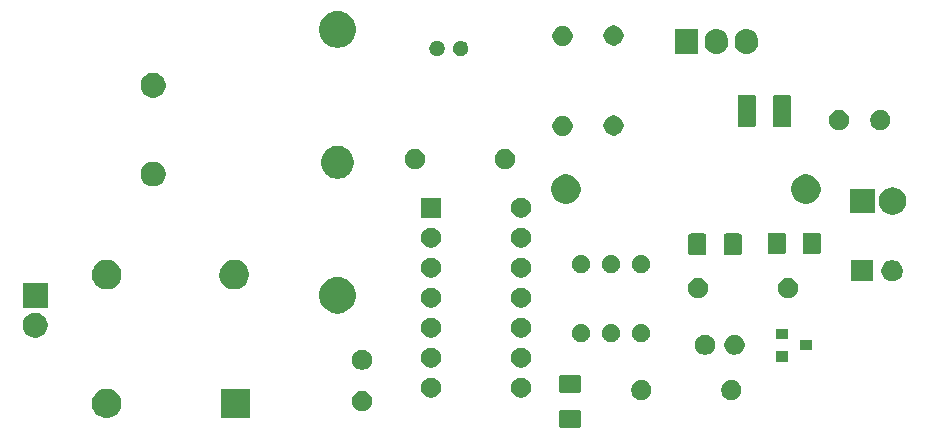
<source format=gbr>
G04 #@! TF.GenerationSoftware,KiCad,Pcbnew,5.1.5+dfsg1-2*
G04 #@! TF.CreationDate,2020-03-29T15:27:08+02:00*
G04 #@! TF.ProjectId,lownoise-pwr,6c6f776e-6f69-4736-952d-7077722e6b69,rev?*
G04 #@! TF.SameCoordinates,Original*
G04 #@! TF.FileFunction,Soldermask,Top*
G04 #@! TF.FilePolarity,Negative*
%FSLAX46Y46*%
G04 Gerber Fmt 4.6, Leading zero omitted, Abs format (unit mm)*
G04 Created by KiCad (PCBNEW 5.1.5+dfsg1-2) date 2020-03-29 15:27:08*
%MOMM*%
%LPD*%
G04 APERTURE LIST*
%ADD10C,0.100000*%
G04 APERTURE END LIST*
D10*
G36*
X95032762Y-94649681D02*
G01*
X95067681Y-94660274D01*
X95099863Y-94677476D01*
X95128073Y-94700627D01*
X95151224Y-94728837D01*
X95168426Y-94761019D01*
X95179019Y-94795938D01*
X95183200Y-94838395D01*
X95183200Y-95979605D01*
X95179019Y-96022062D01*
X95168426Y-96056981D01*
X95151224Y-96089163D01*
X95128073Y-96117373D01*
X95099863Y-96140524D01*
X95067681Y-96157726D01*
X95032762Y-96168319D01*
X94990305Y-96172500D01*
X93524095Y-96172500D01*
X93481638Y-96168319D01*
X93446719Y-96157726D01*
X93414537Y-96140524D01*
X93386327Y-96117373D01*
X93363176Y-96089163D01*
X93345974Y-96056981D01*
X93335381Y-96022062D01*
X93331200Y-95979605D01*
X93331200Y-94838395D01*
X93335381Y-94795938D01*
X93345974Y-94761019D01*
X93363176Y-94728837D01*
X93386327Y-94700627D01*
X93414537Y-94677476D01*
X93446719Y-94660274D01*
X93481638Y-94649681D01*
X93524095Y-94645500D01*
X94990305Y-94645500D01*
X95032762Y-94649681D01*
G37*
G36*
X67198200Y-95335000D02*
G01*
X64696200Y-95335000D01*
X64696200Y-92833000D01*
X67198200Y-92833000D01*
X67198200Y-95335000D01*
G37*
G36*
X55228806Y-92844615D02*
G01*
X55412103Y-92881075D01*
X55639771Y-92975378D01*
X55844666Y-93112285D01*
X56018915Y-93286534D01*
X56069019Y-93361520D01*
X56155823Y-93491431D01*
X56250125Y-93719097D01*
X56298200Y-93960786D01*
X56298200Y-94207214D01*
X56250125Y-94448903D01*
X56160246Y-94665892D01*
X56155822Y-94676571D01*
X56018915Y-94881466D01*
X55844666Y-95055715D01*
X55639771Y-95192622D01*
X55639770Y-95192623D01*
X55639769Y-95192623D01*
X55412103Y-95286925D01*
X55170414Y-95335000D01*
X54923986Y-95335000D01*
X54682297Y-95286925D01*
X54454631Y-95192623D01*
X54454630Y-95192623D01*
X54454629Y-95192622D01*
X54249734Y-95055715D01*
X54075485Y-94881466D01*
X53938578Y-94676571D01*
X53934155Y-94665892D01*
X53844275Y-94448903D01*
X53796200Y-94207214D01*
X53796200Y-93960786D01*
X53844275Y-93719097D01*
X53938577Y-93491431D01*
X54025381Y-93361520D01*
X54075485Y-93286534D01*
X54249734Y-93112285D01*
X54454629Y-92975378D01*
X54682297Y-92881075D01*
X54865594Y-92844615D01*
X54923986Y-92833000D01*
X55170414Y-92833000D01*
X55228806Y-92844615D01*
G37*
G36*
X76905428Y-93085703D02*
G01*
X77060300Y-93149853D01*
X77199681Y-93242985D01*
X77318215Y-93361519D01*
X77411347Y-93500900D01*
X77475497Y-93655772D01*
X77508200Y-93820184D01*
X77508200Y-93987816D01*
X77475497Y-94152228D01*
X77411347Y-94307100D01*
X77318215Y-94446481D01*
X77199681Y-94565015D01*
X77060300Y-94658147D01*
X76905428Y-94722297D01*
X76741016Y-94755000D01*
X76573384Y-94755000D01*
X76408972Y-94722297D01*
X76254100Y-94658147D01*
X76114719Y-94565015D01*
X75996185Y-94446481D01*
X75903053Y-94307100D01*
X75838903Y-94152228D01*
X75806200Y-93987816D01*
X75806200Y-93820184D01*
X75838903Y-93655772D01*
X75903053Y-93500900D01*
X75996185Y-93361519D01*
X76114719Y-93242985D01*
X76254100Y-93149853D01*
X76408972Y-93085703D01*
X76573384Y-93053000D01*
X76741016Y-93053000D01*
X76905428Y-93085703D01*
G37*
G36*
X108175428Y-92135703D02*
G01*
X108330300Y-92199853D01*
X108469681Y-92292985D01*
X108588215Y-92411519D01*
X108681347Y-92550900D01*
X108745497Y-92705772D01*
X108778200Y-92870184D01*
X108778200Y-93037816D01*
X108745497Y-93202228D01*
X108681347Y-93357100D01*
X108588215Y-93496481D01*
X108469681Y-93615015D01*
X108330300Y-93708147D01*
X108175428Y-93772297D01*
X108011016Y-93805000D01*
X107843384Y-93805000D01*
X107678972Y-93772297D01*
X107524100Y-93708147D01*
X107384719Y-93615015D01*
X107266185Y-93496481D01*
X107173053Y-93357100D01*
X107108903Y-93202228D01*
X107076200Y-93037816D01*
X107076200Y-92870184D01*
X107108903Y-92705772D01*
X107173053Y-92550900D01*
X107266185Y-92411519D01*
X107384719Y-92292985D01*
X107524100Y-92199853D01*
X107678972Y-92135703D01*
X107843384Y-92103000D01*
X108011016Y-92103000D01*
X108175428Y-92135703D01*
G37*
G36*
X100555428Y-92135703D02*
G01*
X100710300Y-92199853D01*
X100849681Y-92292985D01*
X100968215Y-92411519D01*
X101061347Y-92550900D01*
X101125497Y-92705772D01*
X101158200Y-92870184D01*
X101158200Y-93037816D01*
X101125497Y-93202228D01*
X101061347Y-93357100D01*
X100968215Y-93496481D01*
X100849681Y-93615015D01*
X100710300Y-93708147D01*
X100555428Y-93772297D01*
X100391016Y-93805000D01*
X100223384Y-93805000D01*
X100058972Y-93772297D01*
X99904100Y-93708147D01*
X99764719Y-93615015D01*
X99646185Y-93496481D01*
X99553053Y-93357100D01*
X99488903Y-93202228D01*
X99456200Y-93037816D01*
X99456200Y-92870184D01*
X99488903Y-92705772D01*
X99553053Y-92550900D01*
X99646185Y-92411519D01*
X99764719Y-92292985D01*
X99904100Y-92199853D01*
X100058972Y-92135703D01*
X100223384Y-92103000D01*
X100391016Y-92103000D01*
X100555428Y-92135703D01*
G37*
G36*
X90367428Y-91942503D02*
G01*
X90522300Y-92006653D01*
X90661681Y-92099785D01*
X90780215Y-92218319D01*
X90873347Y-92357700D01*
X90937497Y-92512572D01*
X90970200Y-92676984D01*
X90970200Y-92844616D01*
X90937497Y-93009028D01*
X90873347Y-93163900D01*
X90780215Y-93303281D01*
X90661681Y-93421815D01*
X90522300Y-93514947D01*
X90367428Y-93579097D01*
X90203016Y-93611800D01*
X90035384Y-93611800D01*
X89870972Y-93579097D01*
X89716100Y-93514947D01*
X89576719Y-93421815D01*
X89458185Y-93303281D01*
X89365053Y-93163900D01*
X89300903Y-93009028D01*
X89268200Y-92844616D01*
X89268200Y-92676984D01*
X89300903Y-92512572D01*
X89365053Y-92357700D01*
X89458185Y-92218319D01*
X89576719Y-92099785D01*
X89716100Y-92006653D01*
X89870972Y-91942503D01*
X90035384Y-91909800D01*
X90203016Y-91909800D01*
X90367428Y-91942503D01*
G37*
G36*
X82747428Y-91942503D02*
G01*
X82902300Y-92006653D01*
X83041681Y-92099785D01*
X83160215Y-92218319D01*
X83253347Y-92357700D01*
X83317497Y-92512572D01*
X83350200Y-92676984D01*
X83350200Y-92844616D01*
X83317497Y-93009028D01*
X83253347Y-93163900D01*
X83160215Y-93303281D01*
X83041681Y-93421815D01*
X82902300Y-93514947D01*
X82747428Y-93579097D01*
X82583016Y-93611800D01*
X82415384Y-93611800D01*
X82250972Y-93579097D01*
X82096100Y-93514947D01*
X81956719Y-93421815D01*
X81838185Y-93303281D01*
X81745053Y-93163900D01*
X81680903Y-93009028D01*
X81648200Y-92844616D01*
X81648200Y-92676984D01*
X81680903Y-92512572D01*
X81745053Y-92357700D01*
X81838185Y-92218319D01*
X81956719Y-92099785D01*
X82096100Y-92006653D01*
X82250972Y-91942503D01*
X82415384Y-91909800D01*
X82583016Y-91909800D01*
X82747428Y-91942503D01*
G37*
G36*
X95032762Y-91674681D02*
G01*
X95067681Y-91685274D01*
X95099863Y-91702476D01*
X95128073Y-91725627D01*
X95151224Y-91753837D01*
X95168426Y-91786019D01*
X95179019Y-91820938D01*
X95183200Y-91863395D01*
X95183200Y-93004605D01*
X95179019Y-93047062D01*
X95168426Y-93081981D01*
X95151224Y-93114163D01*
X95128073Y-93142373D01*
X95099863Y-93165524D01*
X95067681Y-93182726D01*
X95032762Y-93193319D01*
X94990305Y-93197500D01*
X93524095Y-93197500D01*
X93481638Y-93193319D01*
X93446719Y-93182726D01*
X93414537Y-93165524D01*
X93386327Y-93142373D01*
X93363176Y-93114163D01*
X93345974Y-93081981D01*
X93335381Y-93047062D01*
X93331200Y-93004605D01*
X93331200Y-91863395D01*
X93335381Y-91820938D01*
X93345974Y-91786019D01*
X93363176Y-91753837D01*
X93386327Y-91725627D01*
X93414537Y-91702476D01*
X93446719Y-91685274D01*
X93481638Y-91674681D01*
X93524095Y-91670500D01*
X94990305Y-91670500D01*
X95032762Y-91674681D01*
G37*
G36*
X76905428Y-89585703D02*
G01*
X77060300Y-89649853D01*
X77199681Y-89742985D01*
X77318215Y-89861519D01*
X77411347Y-90000900D01*
X77475497Y-90155772D01*
X77508200Y-90320184D01*
X77508200Y-90487816D01*
X77475497Y-90652228D01*
X77411347Y-90807100D01*
X77318215Y-90946481D01*
X77199681Y-91065015D01*
X77060300Y-91158147D01*
X76905428Y-91222297D01*
X76741016Y-91255000D01*
X76573384Y-91255000D01*
X76408972Y-91222297D01*
X76254100Y-91158147D01*
X76114719Y-91065015D01*
X75996185Y-90946481D01*
X75903053Y-90807100D01*
X75838903Y-90652228D01*
X75806200Y-90487816D01*
X75806200Y-90320184D01*
X75838903Y-90155772D01*
X75903053Y-90000900D01*
X75996185Y-89861519D01*
X76114719Y-89742985D01*
X76254100Y-89649853D01*
X76408972Y-89585703D01*
X76573384Y-89553000D01*
X76741016Y-89553000D01*
X76905428Y-89585703D01*
G37*
G36*
X82747428Y-89402503D02*
G01*
X82902300Y-89466653D01*
X83041681Y-89559785D01*
X83160215Y-89678319D01*
X83253347Y-89817700D01*
X83317497Y-89972572D01*
X83350200Y-90136984D01*
X83350200Y-90304616D01*
X83317497Y-90469028D01*
X83253347Y-90623900D01*
X83160215Y-90763281D01*
X83041681Y-90881815D01*
X82902300Y-90974947D01*
X82747428Y-91039097D01*
X82583016Y-91071800D01*
X82415384Y-91071800D01*
X82250972Y-91039097D01*
X82096100Y-90974947D01*
X81956719Y-90881815D01*
X81838185Y-90763281D01*
X81745053Y-90623900D01*
X81680903Y-90469028D01*
X81648200Y-90304616D01*
X81648200Y-90136984D01*
X81680903Y-89972572D01*
X81745053Y-89817700D01*
X81838185Y-89678319D01*
X81956719Y-89559785D01*
X82096100Y-89466653D01*
X82250972Y-89402503D01*
X82415384Y-89369800D01*
X82583016Y-89369800D01*
X82747428Y-89402503D01*
G37*
G36*
X90367428Y-89402503D02*
G01*
X90522300Y-89466653D01*
X90661681Y-89559785D01*
X90780215Y-89678319D01*
X90873347Y-89817700D01*
X90937497Y-89972572D01*
X90970200Y-90136984D01*
X90970200Y-90304616D01*
X90937497Y-90469028D01*
X90873347Y-90623900D01*
X90780215Y-90763281D01*
X90661681Y-90881815D01*
X90522300Y-90974947D01*
X90367428Y-91039097D01*
X90203016Y-91071800D01*
X90035384Y-91071800D01*
X89870972Y-91039097D01*
X89716100Y-90974947D01*
X89576719Y-90881815D01*
X89458185Y-90763281D01*
X89365053Y-90623900D01*
X89300903Y-90469028D01*
X89268200Y-90304616D01*
X89268200Y-90136984D01*
X89300903Y-89972572D01*
X89365053Y-89817700D01*
X89458185Y-89678319D01*
X89576719Y-89559785D01*
X89716100Y-89466653D01*
X89870972Y-89402503D01*
X90035384Y-89369800D01*
X90203016Y-89369800D01*
X90367428Y-89402503D01*
G37*
G36*
X112734200Y-90555000D02*
G01*
X111732200Y-90555000D01*
X111732200Y-89653000D01*
X112734200Y-89653000D01*
X112734200Y-90555000D01*
G37*
G36*
X105945428Y-88315703D02*
G01*
X106100300Y-88379853D01*
X106239681Y-88472985D01*
X106358215Y-88591519D01*
X106451347Y-88730900D01*
X106515497Y-88885772D01*
X106548200Y-89050184D01*
X106548200Y-89217816D01*
X106515497Y-89382228D01*
X106451347Y-89537100D01*
X106358215Y-89676481D01*
X106239681Y-89795015D01*
X106100300Y-89888147D01*
X105945428Y-89952297D01*
X105781016Y-89985000D01*
X105613384Y-89985000D01*
X105448972Y-89952297D01*
X105294100Y-89888147D01*
X105154719Y-89795015D01*
X105036185Y-89676481D01*
X104943053Y-89537100D01*
X104878903Y-89382228D01*
X104846200Y-89217816D01*
X104846200Y-89050184D01*
X104878903Y-88885772D01*
X104943053Y-88730900D01*
X105036185Y-88591519D01*
X105154719Y-88472985D01*
X105294100Y-88379853D01*
X105448972Y-88315703D01*
X105613384Y-88283000D01*
X105781016Y-88283000D01*
X105945428Y-88315703D01*
G37*
G36*
X108445428Y-88315703D02*
G01*
X108600300Y-88379853D01*
X108739681Y-88472985D01*
X108858215Y-88591519D01*
X108951347Y-88730900D01*
X109015497Y-88885772D01*
X109048200Y-89050184D01*
X109048200Y-89217816D01*
X109015497Y-89382228D01*
X108951347Y-89537100D01*
X108858215Y-89676481D01*
X108739681Y-89795015D01*
X108600300Y-89888147D01*
X108445428Y-89952297D01*
X108281016Y-89985000D01*
X108113384Y-89985000D01*
X107948972Y-89952297D01*
X107794100Y-89888147D01*
X107654719Y-89795015D01*
X107536185Y-89676481D01*
X107443053Y-89537100D01*
X107378903Y-89382228D01*
X107346200Y-89217816D01*
X107346200Y-89050184D01*
X107378903Y-88885772D01*
X107443053Y-88730900D01*
X107536185Y-88591519D01*
X107654719Y-88472985D01*
X107794100Y-88379853D01*
X107948972Y-88315703D01*
X108113384Y-88283000D01*
X108281016Y-88283000D01*
X108445428Y-88315703D01*
G37*
G36*
X114734200Y-89605000D02*
G01*
X113732200Y-89605000D01*
X113732200Y-88703000D01*
X114734200Y-88703000D01*
X114734200Y-89605000D01*
G37*
G36*
X95322789Y-87362876D02*
G01*
X95422093Y-87382629D01*
X95562406Y-87440748D01*
X95688684Y-87525125D01*
X95796075Y-87632516D01*
X95880452Y-87758794D01*
X95938571Y-87899107D01*
X95968200Y-88048063D01*
X95968200Y-88199937D01*
X95938571Y-88348893D01*
X95880452Y-88489206D01*
X95796075Y-88615484D01*
X95688684Y-88722875D01*
X95562406Y-88807252D01*
X95422093Y-88865371D01*
X95322789Y-88885124D01*
X95273138Y-88895000D01*
X95121262Y-88895000D01*
X95071611Y-88885124D01*
X94972307Y-88865371D01*
X94831994Y-88807252D01*
X94705716Y-88722875D01*
X94598325Y-88615484D01*
X94513948Y-88489206D01*
X94455829Y-88348893D01*
X94426200Y-88199937D01*
X94426200Y-88048063D01*
X94455829Y-87899107D01*
X94513948Y-87758794D01*
X94598325Y-87632516D01*
X94705716Y-87525125D01*
X94831994Y-87440748D01*
X94972307Y-87382629D01*
X95071611Y-87362876D01*
X95121262Y-87353000D01*
X95273138Y-87353000D01*
X95322789Y-87362876D01*
G37*
G36*
X100402789Y-87362876D02*
G01*
X100502093Y-87382629D01*
X100642406Y-87440748D01*
X100768684Y-87525125D01*
X100876075Y-87632516D01*
X100960452Y-87758794D01*
X101018571Y-87899107D01*
X101048200Y-88048063D01*
X101048200Y-88199937D01*
X101018571Y-88348893D01*
X100960452Y-88489206D01*
X100876075Y-88615484D01*
X100768684Y-88722875D01*
X100642406Y-88807252D01*
X100502093Y-88865371D01*
X100402789Y-88885124D01*
X100353138Y-88895000D01*
X100201262Y-88895000D01*
X100151611Y-88885124D01*
X100052307Y-88865371D01*
X99911994Y-88807252D01*
X99785716Y-88722875D01*
X99678325Y-88615484D01*
X99593948Y-88489206D01*
X99535829Y-88348893D01*
X99506200Y-88199937D01*
X99506200Y-88048063D01*
X99535829Y-87899107D01*
X99593948Y-87758794D01*
X99678325Y-87632516D01*
X99785716Y-87525125D01*
X99911994Y-87440748D01*
X100052307Y-87382629D01*
X100151611Y-87362876D01*
X100201262Y-87353000D01*
X100353138Y-87353000D01*
X100402789Y-87362876D01*
G37*
G36*
X97862789Y-87362876D02*
G01*
X97962093Y-87382629D01*
X98102406Y-87440748D01*
X98228684Y-87525125D01*
X98336075Y-87632516D01*
X98420452Y-87758794D01*
X98478571Y-87899107D01*
X98508200Y-88048063D01*
X98508200Y-88199937D01*
X98478571Y-88348893D01*
X98420452Y-88489206D01*
X98336075Y-88615484D01*
X98228684Y-88722875D01*
X98102406Y-88807252D01*
X97962093Y-88865371D01*
X97862789Y-88885124D01*
X97813138Y-88895000D01*
X97661262Y-88895000D01*
X97611611Y-88885124D01*
X97512307Y-88865371D01*
X97371994Y-88807252D01*
X97245716Y-88722875D01*
X97138325Y-88615484D01*
X97053948Y-88489206D01*
X96995829Y-88348893D01*
X96966200Y-88199937D01*
X96966200Y-88048063D01*
X96995829Y-87899107D01*
X97053948Y-87758794D01*
X97138325Y-87632516D01*
X97245716Y-87525125D01*
X97371994Y-87440748D01*
X97512307Y-87382629D01*
X97611611Y-87362876D01*
X97661262Y-87353000D01*
X97813138Y-87353000D01*
X97862789Y-87362876D01*
G37*
G36*
X112734200Y-88655000D02*
G01*
X111732200Y-88655000D01*
X111732200Y-87753000D01*
X112734200Y-87753000D01*
X112734200Y-88655000D01*
G37*
G36*
X82747428Y-86862503D02*
G01*
X82902300Y-86926653D01*
X83041681Y-87019785D01*
X83160215Y-87138319D01*
X83253347Y-87277700D01*
X83317497Y-87432572D01*
X83350200Y-87596984D01*
X83350200Y-87764616D01*
X83317497Y-87929028D01*
X83253347Y-88083900D01*
X83160215Y-88223281D01*
X83041681Y-88341815D01*
X82902300Y-88434947D01*
X82747428Y-88499097D01*
X82583016Y-88531800D01*
X82415384Y-88531800D01*
X82250972Y-88499097D01*
X82096100Y-88434947D01*
X81956719Y-88341815D01*
X81838185Y-88223281D01*
X81745053Y-88083900D01*
X81680903Y-87929028D01*
X81648200Y-87764616D01*
X81648200Y-87596984D01*
X81680903Y-87432572D01*
X81745053Y-87277700D01*
X81838185Y-87138319D01*
X81956719Y-87019785D01*
X82096100Y-86926653D01*
X82250972Y-86862503D01*
X82415384Y-86829800D01*
X82583016Y-86829800D01*
X82747428Y-86862503D01*
G37*
G36*
X90367428Y-86862503D02*
G01*
X90522300Y-86926653D01*
X90661681Y-87019785D01*
X90780215Y-87138319D01*
X90873347Y-87277700D01*
X90937497Y-87432572D01*
X90970200Y-87596984D01*
X90970200Y-87764616D01*
X90937497Y-87929028D01*
X90873347Y-88083900D01*
X90780215Y-88223281D01*
X90661681Y-88341815D01*
X90522300Y-88434947D01*
X90367428Y-88499097D01*
X90203016Y-88531800D01*
X90035384Y-88531800D01*
X89870972Y-88499097D01*
X89716100Y-88434947D01*
X89576719Y-88341815D01*
X89458185Y-88223281D01*
X89365053Y-88083900D01*
X89300903Y-87929028D01*
X89268200Y-87764616D01*
X89268200Y-87596984D01*
X89300903Y-87432572D01*
X89365053Y-87277700D01*
X89458185Y-87138319D01*
X89576719Y-87019785D01*
X89716100Y-86926653D01*
X89870972Y-86862503D01*
X90035384Y-86829800D01*
X90203016Y-86829800D01*
X90367428Y-86862503D01*
G37*
G36*
X49293764Y-86463389D02*
G01*
X49485033Y-86542615D01*
X49485035Y-86542616D01*
X49657173Y-86657635D01*
X49803565Y-86804027D01*
X49918585Y-86976167D01*
X49997811Y-87167436D01*
X50038200Y-87370484D01*
X50038200Y-87577516D01*
X49997811Y-87780564D01*
X49948709Y-87899107D01*
X49918584Y-87971835D01*
X49803565Y-88143973D01*
X49657173Y-88290365D01*
X49485035Y-88405384D01*
X49485034Y-88405385D01*
X49485033Y-88405385D01*
X49293764Y-88484611D01*
X49090716Y-88525000D01*
X48883684Y-88525000D01*
X48680636Y-88484611D01*
X48489367Y-88405385D01*
X48489366Y-88405385D01*
X48489365Y-88405384D01*
X48317227Y-88290365D01*
X48170835Y-88143973D01*
X48055816Y-87971835D01*
X48025691Y-87899107D01*
X47976589Y-87780564D01*
X47936200Y-87577516D01*
X47936200Y-87370484D01*
X47976589Y-87167436D01*
X48055815Y-86976167D01*
X48170835Y-86804027D01*
X48317227Y-86657635D01*
X48489365Y-86542616D01*
X48489367Y-86542615D01*
X48680636Y-86463389D01*
X48883684Y-86423000D01*
X49090716Y-86423000D01*
X49293764Y-86463389D01*
G37*
G36*
X74889785Y-83412802D02*
G01*
X75039610Y-83442604D01*
X75321874Y-83559521D01*
X75575905Y-83729259D01*
X75791941Y-83945295D01*
X75961679Y-84199326D01*
X76077848Y-84479785D01*
X76078596Y-84481591D01*
X76129540Y-84737700D01*
X76138200Y-84781240D01*
X76138200Y-85086760D01*
X76078596Y-85386410D01*
X75961679Y-85668674D01*
X75791941Y-85922705D01*
X75575905Y-86138741D01*
X75321874Y-86308479D01*
X75039610Y-86425396D01*
X74889785Y-86455198D01*
X74739961Y-86485000D01*
X74434439Y-86485000D01*
X74284615Y-86455198D01*
X74134790Y-86425396D01*
X73852526Y-86308479D01*
X73598495Y-86138741D01*
X73382459Y-85922705D01*
X73212721Y-85668674D01*
X73095804Y-85386410D01*
X73036200Y-85086760D01*
X73036200Y-84781240D01*
X73044861Y-84737700D01*
X73095804Y-84481591D01*
X73096552Y-84479785D01*
X73212721Y-84199326D01*
X73382459Y-83945295D01*
X73598495Y-83729259D01*
X73852526Y-83559521D01*
X74134790Y-83442604D01*
X74284615Y-83412802D01*
X74434439Y-83383000D01*
X74739961Y-83383000D01*
X74889785Y-83412802D01*
G37*
G36*
X90367428Y-84322503D02*
G01*
X90522300Y-84386653D01*
X90661681Y-84479785D01*
X90780215Y-84598319D01*
X90873347Y-84737700D01*
X90937497Y-84892572D01*
X90970200Y-85056984D01*
X90970200Y-85224616D01*
X90937497Y-85389028D01*
X90873347Y-85543900D01*
X90780215Y-85683281D01*
X90661681Y-85801815D01*
X90522300Y-85894947D01*
X90367428Y-85959097D01*
X90203016Y-85991800D01*
X90035384Y-85991800D01*
X89870972Y-85959097D01*
X89716100Y-85894947D01*
X89576719Y-85801815D01*
X89458185Y-85683281D01*
X89365053Y-85543900D01*
X89300903Y-85389028D01*
X89268200Y-85224616D01*
X89268200Y-85056984D01*
X89300903Y-84892572D01*
X89365053Y-84737700D01*
X89458185Y-84598319D01*
X89576719Y-84479785D01*
X89716100Y-84386653D01*
X89870972Y-84322503D01*
X90035384Y-84289800D01*
X90203016Y-84289800D01*
X90367428Y-84322503D01*
G37*
G36*
X82747428Y-84322503D02*
G01*
X82902300Y-84386653D01*
X83041681Y-84479785D01*
X83160215Y-84598319D01*
X83253347Y-84737700D01*
X83317497Y-84892572D01*
X83350200Y-85056984D01*
X83350200Y-85224616D01*
X83317497Y-85389028D01*
X83253347Y-85543900D01*
X83160215Y-85683281D01*
X83041681Y-85801815D01*
X82902300Y-85894947D01*
X82747428Y-85959097D01*
X82583016Y-85991800D01*
X82415384Y-85991800D01*
X82250972Y-85959097D01*
X82096100Y-85894947D01*
X81956719Y-85801815D01*
X81838185Y-85683281D01*
X81745053Y-85543900D01*
X81680903Y-85389028D01*
X81648200Y-85224616D01*
X81648200Y-85056984D01*
X81680903Y-84892572D01*
X81745053Y-84737700D01*
X81838185Y-84598319D01*
X81956719Y-84479785D01*
X82096100Y-84386653D01*
X82250972Y-84322503D01*
X82415384Y-84289800D01*
X82583016Y-84289800D01*
X82747428Y-84322503D01*
G37*
G36*
X50038200Y-85985000D02*
G01*
X47936200Y-85985000D01*
X47936200Y-83883000D01*
X50038200Y-83883000D01*
X50038200Y-85985000D01*
G37*
G36*
X112973428Y-83509703D02*
G01*
X113128300Y-83573853D01*
X113267681Y-83666985D01*
X113386215Y-83785519D01*
X113479347Y-83924900D01*
X113543497Y-84079772D01*
X113576200Y-84244184D01*
X113576200Y-84411816D01*
X113543497Y-84576228D01*
X113479347Y-84731100D01*
X113386215Y-84870481D01*
X113267681Y-84989015D01*
X113128300Y-85082147D01*
X112973428Y-85146297D01*
X112809016Y-85179000D01*
X112641384Y-85179000D01*
X112476972Y-85146297D01*
X112322100Y-85082147D01*
X112182719Y-84989015D01*
X112064185Y-84870481D01*
X111971053Y-84731100D01*
X111906903Y-84576228D01*
X111874200Y-84411816D01*
X111874200Y-84244184D01*
X111906903Y-84079772D01*
X111971053Y-83924900D01*
X112064185Y-83785519D01*
X112182719Y-83666985D01*
X112322100Y-83573853D01*
X112476972Y-83509703D01*
X112641384Y-83477000D01*
X112809016Y-83477000D01*
X112973428Y-83509703D01*
G37*
G36*
X105353428Y-83509703D02*
G01*
X105508300Y-83573853D01*
X105647681Y-83666985D01*
X105766215Y-83785519D01*
X105859347Y-83924900D01*
X105923497Y-84079772D01*
X105956200Y-84244184D01*
X105956200Y-84411816D01*
X105923497Y-84576228D01*
X105859347Y-84731100D01*
X105766215Y-84870481D01*
X105647681Y-84989015D01*
X105508300Y-85082147D01*
X105353428Y-85146297D01*
X105189016Y-85179000D01*
X105021384Y-85179000D01*
X104856972Y-85146297D01*
X104702100Y-85082147D01*
X104562719Y-84989015D01*
X104444185Y-84870481D01*
X104351053Y-84731100D01*
X104286903Y-84576228D01*
X104254200Y-84411816D01*
X104254200Y-84244184D01*
X104286903Y-84079772D01*
X104351053Y-83924900D01*
X104444185Y-83785519D01*
X104562719Y-83666985D01*
X104702100Y-83573853D01*
X104856972Y-83509703D01*
X105021384Y-83477000D01*
X105189016Y-83477000D01*
X105353428Y-83509703D01*
G37*
G36*
X66212103Y-81981075D02*
G01*
X66400490Y-82059107D01*
X66439771Y-82075378D01*
X66644666Y-82212285D01*
X66818915Y-82386534D01*
X66900673Y-82508893D01*
X66955823Y-82591431D01*
X67050125Y-82819097D01*
X67091156Y-83025371D01*
X67098200Y-83060787D01*
X67098200Y-83307213D01*
X67050125Y-83548903D01*
X66955822Y-83776571D01*
X66818915Y-83981466D01*
X66644666Y-84155715D01*
X66439771Y-84292622D01*
X66439770Y-84292623D01*
X66439769Y-84292623D01*
X66212103Y-84386925D01*
X65970414Y-84435000D01*
X65723986Y-84435000D01*
X65482297Y-84386925D01*
X65254631Y-84292623D01*
X65254630Y-84292623D01*
X65254629Y-84292622D01*
X65049734Y-84155715D01*
X64875485Y-83981466D01*
X64738578Y-83776571D01*
X64644275Y-83548903D01*
X64596200Y-83307213D01*
X64596200Y-83060787D01*
X64603245Y-83025371D01*
X64644275Y-82819097D01*
X64738577Y-82591431D01*
X64793727Y-82508893D01*
X64875485Y-82386534D01*
X65049734Y-82212285D01*
X65254629Y-82075378D01*
X65293911Y-82059107D01*
X65482297Y-81981075D01*
X65723986Y-81933000D01*
X65970414Y-81933000D01*
X66212103Y-81981075D01*
G37*
G36*
X55412103Y-81981075D02*
G01*
X55600490Y-82059107D01*
X55639771Y-82075378D01*
X55844666Y-82212285D01*
X56018915Y-82386534D01*
X56100673Y-82508893D01*
X56155823Y-82591431D01*
X56250125Y-82819097D01*
X56291156Y-83025371D01*
X56298200Y-83060787D01*
X56298200Y-83307213D01*
X56250125Y-83548903D01*
X56155822Y-83776571D01*
X56018915Y-83981466D01*
X55844666Y-84155715D01*
X55639771Y-84292622D01*
X55639770Y-84292623D01*
X55639769Y-84292623D01*
X55412103Y-84386925D01*
X55170414Y-84435000D01*
X54923986Y-84435000D01*
X54682297Y-84386925D01*
X54454631Y-84292623D01*
X54454630Y-84292623D01*
X54454629Y-84292622D01*
X54249734Y-84155715D01*
X54075485Y-83981466D01*
X53938578Y-83776571D01*
X53844275Y-83548903D01*
X53796200Y-83307213D01*
X53796200Y-83060787D01*
X53803245Y-83025371D01*
X53844275Y-82819097D01*
X53938577Y-82591431D01*
X53993727Y-82508893D01*
X54075485Y-82386534D01*
X54249734Y-82212285D01*
X54454629Y-82075378D01*
X54493911Y-82059107D01*
X54682297Y-81981075D01*
X54923986Y-81933000D01*
X55170414Y-81933000D01*
X55412103Y-81981075D01*
G37*
G36*
X121660712Y-81967927D02*
G01*
X121810012Y-81997624D01*
X121973984Y-82065544D01*
X122121554Y-82164147D01*
X122247053Y-82289646D01*
X122345656Y-82437216D01*
X122413576Y-82601188D01*
X122448200Y-82775259D01*
X122448200Y-82952741D01*
X122413576Y-83126812D01*
X122345656Y-83290784D01*
X122247053Y-83438354D01*
X122121554Y-83563853D01*
X121973984Y-83662456D01*
X121810012Y-83730376D01*
X121660712Y-83760073D01*
X121635942Y-83765000D01*
X121458458Y-83765000D01*
X121433688Y-83760073D01*
X121284388Y-83730376D01*
X121120416Y-83662456D01*
X120972846Y-83563853D01*
X120847347Y-83438354D01*
X120748744Y-83290784D01*
X120680824Y-83126812D01*
X120646200Y-82952741D01*
X120646200Y-82775259D01*
X120680824Y-82601188D01*
X120748744Y-82437216D01*
X120847347Y-82289646D01*
X120972846Y-82164147D01*
X121120416Y-82065544D01*
X121284388Y-81997624D01*
X121433688Y-81967927D01*
X121458458Y-81963000D01*
X121635942Y-81963000D01*
X121660712Y-81967927D01*
G37*
G36*
X119908200Y-83765000D02*
G01*
X118106200Y-83765000D01*
X118106200Y-81963000D01*
X119908200Y-81963000D01*
X119908200Y-83765000D01*
G37*
G36*
X90367428Y-81782503D02*
G01*
X90522300Y-81846653D01*
X90661681Y-81939785D01*
X90780215Y-82058319D01*
X90873347Y-82197700D01*
X90937497Y-82352572D01*
X90970200Y-82516984D01*
X90970200Y-82684616D01*
X90937497Y-82849028D01*
X90873347Y-83003900D01*
X90780215Y-83143281D01*
X90661681Y-83261815D01*
X90522300Y-83354947D01*
X90367428Y-83419097D01*
X90203016Y-83451800D01*
X90035384Y-83451800D01*
X89870972Y-83419097D01*
X89716100Y-83354947D01*
X89576719Y-83261815D01*
X89458185Y-83143281D01*
X89365053Y-83003900D01*
X89300903Y-82849028D01*
X89268200Y-82684616D01*
X89268200Y-82516984D01*
X89300903Y-82352572D01*
X89365053Y-82197700D01*
X89458185Y-82058319D01*
X89576719Y-81939785D01*
X89716100Y-81846653D01*
X89870972Y-81782503D01*
X90035384Y-81749800D01*
X90203016Y-81749800D01*
X90367428Y-81782503D01*
G37*
G36*
X82747428Y-81782503D02*
G01*
X82902300Y-81846653D01*
X83041681Y-81939785D01*
X83160215Y-82058319D01*
X83253347Y-82197700D01*
X83317497Y-82352572D01*
X83350200Y-82516984D01*
X83350200Y-82684616D01*
X83317497Y-82849028D01*
X83253347Y-83003900D01*
X83160215Y-83143281D01*
X83041681Y-83261815D01*
X82902300Y-83354947D01*
X82747428Y-83419097D01*
X82583016Y-83451800D01*
X82415384Y-83451800D01*
X82250972Y-83419097D01*
X82096100Y-83354947D01*
X81956719Y-83261815D01*
X81838185Y-83143281D01*
X81745053Y-83003900D01*
X81680903Y-82849028D01*
X81648200Y-82684616D01*
X81648200Y-82516984D01*
X81680903Y-82352572D01*
X81745053Y-82197700D01*
X81838185Y-82058319D01*
X81956719Y-81939785D01*
X82096100Y-81846653D01*
X82250972Y-81782503D01*
X82415384Y-81749800D01*
X82583016Y-81749800D01*
X82747428Y-81782503D01*
G37*
G36*
X95322789Y-81522876D02*
G01*
X95422093Y-81542629D01*
X95562406Y-81600748D01*
X95688684Y-81685125D01*
X95796075Y-81792516D01*
X95880452Y-81918794D01*
X95938571Y-82059107D01*
X95968200Y-82208063D01*
X95968200Y-82359937D01*
X95938571Y-82508893D01*
X95880452Y-82649206D01*
X95796075Y-82775484D01*
X95688684Y-82882875D01*
X95562406Y-82967252D01*
X95422093Y-83025371D01*
X95322789Y-83045124D01*
X95273138Y-83055000D01*
X95121262Y-83055000D01*
X95071611Y-83045124D01*
X94972307Y-83025371D01*
X94831994Y-82967252D01*
X94705716Y-82882875D01*
X94598325Y-82775484D01*
X94513948Y-82649206D01*
X94455829Y-82508893D01*
X94426200Y-82359937D01*
X94426200Y-82208063D01*
X94455829Y-82059107D01*
X94513948Y-81918794D01*
X94598325Y-81792516D01*
X94705716Y-81685125D01*
X94831994Y-81600748D01*
X94972307Y-81542629D01*
X95071611Y-81522876D01*
X95121262Y-81513000D01*
X95273138Y-81513000D01*
X95322789Y-81522876D01*
G37*
G36*
X97862789Y-81522876D02*
G01*
X97962093Y-81542629D01*
X98102406Y-81600748D01*
X98228684Y-81685125D01*
X98336075Y-81792516D01*
X98420452Y-81918794D01*
X98478571Y-82059107D01*
X98508200Y-82208063D01*
X98508200Y-82359937D01*
X98478571Y-82508893D01*
X98420452Y-82649206D01*
X98336075Y-82775484D01*
X98228684Y-82882875D01*
X98102406Y-82967252D01*
X97962093Y-83025371D01*
X97862789Y-83045124D01*
X97813138Y-83055000D01*
X97661262Y-83055000D01*
X97611611Y-83045124D01*
X97512307Y-83025371D01*
X97371994Y-82967252D01*
X97245716Y-82882875D01*
X97138325Y-82775484D01*
X97053948Y-82649206D01*
X96995829Y-82508893D01*
X96966200Y-82359937D01*
X96966200Y-82208063D01*
X96995829Y-82059107D01*
X97053948Y-81918794D01*
X97138325Y-81792516D01*
X97245716Y-81685125D01*
X97371994Y-81600748D01*
X97512307Y-81542629D01*
X97611611Y-81522876D01*
X97661262Y-81513000D01*
X97813138Y-81513000D01*
X97862789Y-81522876D01*
G37*
G36*
X100402789Y-81522876D02*
G01*
X100502093Y-81542629D01*
X100642406Y-81600748D01*
X100768684Y-81685125D01*
X100876075Y-81792516D01*
X100960452Y-81918794D01*
X101018571Y-82059107D01*
X101048200Y-82208063D01*
X101048200Y-82359937D01*
X101018571Y-82508893D01*
X100960452Y-82649206D01*
X100876075Y-82775484D01*
X100768684Y-82882875D01*
X100642406Y-82967252D01*
X100502093Y-83025371D01*
X100402789Y-83045124D01*
X100353138Y-83055000D01*
X100201262Y-83055000D01*
X100151611Y-83045124D01*
X100052307Y-83025371D01*
X99911994Y-82967252D01*
X99785716Y-82882875D01*
X99678325Y-82775484D01*
X99593948Y-82649206D01*
X99535829Y-82508893D01*
X99506200Y-82359937D01*
X99506200Y-82208063D01*
X99535829Y-82059107D01*
X99593948Y-81918794D01*
X99678325Y-81792516D01*
X99785716Y-81685125D01*
X99911994Y-81600748D01*
X100052307Y-81542629D01*
X100151611Y-81522876D01*
X100201262Y-81513000D01*
X100353138Y-81513000D01*
X100402789Y-81522876D01*
G37*
G36*
X108650262Y-79712181D02*
G01*
X108685181Y-79722774D01*
X108717363Y-79739976D01*
X108745573Y-79763127D01*
X108768724Y-79791337D01*
X108785926Y-79823519D01*
X108796519Y-79858438D01*
X108800700Y-79900895D01*
X108800700Y-81367105D01*
X108796519Y-81409562D01*
X108785926Y-81444481D01*
X108768724Y-81476663D01*
X108745573Y-81504873D01*
X108717363Y-81528024D01*
X108685181Y-81545226D01*
X108650262Y-81555819D01*
X108607805Y-81560000D01*
X107466595Y-81560000D01*
X107424138Y-81555819D01*
X107389219Y-81545226D01*
X107357037Y-81528024D01*
X107328827Y-81504873D01*
X107305676Y-81476663D01*
X107288474Y-81444481D01*
X107277881Y-81409562D01*
X107273700Y-81367105D01*
X107273700Y-79900895D01*
X107277881Y-79858438D01*
X107288474Y-79823519D01*
X107305676Y-79791337D01*
X107328827Y-79763127D01*
X107357037Y-79739976D01*
X107389219Y-79722774D01*
X107424138Y-79712181D01*
X107466595Y-79708000D01*
X108607805Y-79708000D01*
X108650262Y-79712181D01*
G37*
G36*
X105675262Y-79712181D02*
G01*
X105710181Y-79722774D01*
X105742363Y-79739976D01*
X105770573Y-79763127D01*
X105793724Y-79791337D01*
X105810926Y-79823519D01*
X105821519Y-79858438D01*
X105825700Y-79900895D01*
X105825700Y-81367105D01*
X105821519Y-81409562D01*
X105810926Y-81444481D01*
X105793724Y-81476663D01*
X105770573Y-81504873D01*
X105742363Y-81528024D01*
X105710181Y-81545226D01*
X105675262Y-81555819D01*
X105632805Y-81560000D01*
X104491595Y-81560000D01*
X104449138Y-81555819D01*
X104414219Y-81545226D01*
X104382037Y-81528024D01*
X104353827Y-81504873D01*
X104330676Y-81476663D01*
X104313474Y-81444481D01*
X104302881Y-81409562D01*
X104298700Y-81367105D01*
X104298700Y-79900895D01*
X104302881Y-79858438D01*
X104313474Y-79823519D01*
X104330676Y-79791337D01*
X104353827Y-79763127D01*
X104382037Y-79739976D01*
X104414219Y-79722774D01*
X104449138Y-79712181D01*
X104491595Y-79708000D01*
X105632805Y-79708000D01*
X105675262Y-79712181D01*
G37*
G36*
X115357762Y-79632181D02*
G01*
X115392681Y-79642774D01*
X115424863Y-79659976D01*
X115453073Y-79683127D01*
X115476224Y-79711337D01*
X115493426Y-79743519D01*
X115504019Y-79778438D01*
X115508200Y-79820895D01*
X115508200Y-81287105D01*
X115504019Y-81329562D01*
X115493426Y-81364481D01*
X115476224Y-81396663D01*
X115453073Y-81424873D01*
X115424863Y-81448024D01*
X115392681Y-81465226D01*
X115357762Y-81475819D01*
X115315305Y-81480000D01*
X114174095Y-81480000D01*
X114131638Y-81475819D01*
X114096719Y-81465226D01*
X114064537Y-81448024D01*
X114036327Y-81424873D01*
X114013176Y-81396663D01*
X113995974Y-81364481D01*
X113985381Y-81329562D01*
X113981200Y-81287105D01*
X113981200Y-79820895D01*
X113985381Y-79778438D01*
X113995974Y-79743519D01*
X114013176Y-79711337D01*
X114036327Y-79683127D01*
X114064537Y-79659976D01*
X114096719Y-79642774D01*
X114131638Y-79632181D01*
X114174095Y-79628000D01*
X115315305Y-79628000D01*
X115357762Y-79632181D01*
G37*
G36*
X112382762Y-79632181D02*
G01*
X112417681Y-79642774D01*
X112449863Y-79659976D01*
X112478073Y-79683127D01*
X112501224Y-79711337D01*
X112518426Y-79743519D01*
X112529019Y-79778438D01*
X112533200Y-79820895D01*
X112533200Y-81287105D01*
X112529019Y-81329562D01*
X112518426Y-81364481D01*
X112501224Y-81396663D01*
X112478073Y-81424873D01*
X112449863Y-81448024D01*
X112417681Y-81465226D01*
X112382762Y-81475819D01*
X112340305Y-81480000D01*
X111199095Y-81480000D01*
X111156638Y-81475819D01*
X111121719Y-81465226D01*
X111089537Y-81448024D01*
X111061327Y-81424873D01*
X111038176Y-81396663D01*
X111020974Y-81364481D01*
X111010381Y-81329562D01*
X111006200Y-81287105D01*
X111006200Y-79820895D01*
X111010381Y-79778438D01*
X111020974Y-79743519D01*
X111038176Y-79711337D01*
X111061327Y-79683127D01*
X111089537Y-79659976D01*
X111121719Y-79642774D01*
X111156638Y-79632181D01*
X111199095Y-79628000D01*
X112340305Y-79628000D01*
X112382762Y-79632181D01*
G37*
G36*
X82747428Y-79242503D02*
G01*
X82902300Y-79306653D01*
X83041681Y-79399785D01*
X83160215Y-79518319D01*
X83253347Y-79657700D01*
X83317497Y-79812572D01*
X83350200Y-79976984D01*
X83350200Y-80144616D01*
X83317497Y-80309028D01*
X83253347Y-80463900D01*
X83160215Y-80603281D01*
X83041681Y-80721815D01*
X82902300Y-80814947D01*
X82747428Y-80879097D01*
X82583016Y-80911800D01*
X82415384Y-80911800D01*
X82250972Y-80879097D01*
X82096100Y-80814947D01*
X81956719Y-80721815D01*
X81838185Y-80603281D01*
X81745053Y-80463900D01*
X81680903Y-80309028D01*
X81648200Y-80144616D01*
X81648200Y-79976984D01*
X81680903Y-79812572D01*
X81745053Y-79657700D01*
X81838185Y-79518319D01*
X81956719Y-79399785D01*
X82096100Y-79306653D01*
X82250972Y-79242503D01*
X82415384Y-79209800D01*
X82583016Y-79209800D01*
X82747428Y-79242503D01*
G37*
G36*
X90367428Y-79242503D02*
G01*
X90522300Y-79306653D01*
X90661681Y-79399785D01*
X90780215Y-79518319D01*
X90873347Y-79657700D01*
X90937497Y-79812572D01*
X90970200Y-79976984D01*
X90970200Y-80144616D01*
X90937497Y-80309028D01*
X90873347Y-80463900D01*
X90780215Y-80603281D01*
X90661681Y-80721815D01*
X90522300Y-80814947D01*
X90367428Y-80879097D01*
X90203016Y-80911800D01*
X90035384Y-80911800D01*
X89870972Y-80879097D01*
X89716100Y-80814947D01*
X89576719Y-80721815D01*
X89458185Y-80603281D01*
X89365053Y-80463900D01*
X89300903Y-80309028D01*
X89268200Y-80144616D01*
X89268200Y-79976984D01*
X89300903Y-79812572D01*
X89365053Y-79657700D01*
X89458185Y-79518319D01*
X89576719Y-79399785D01*
X89716100Y-79306653D01*
X89870972Y-79242503D01*
X90035384Y-79209800D01*
X90203016Y-79209800D01*
X90367428Y-79242503D01*
G37*
G36*
X90367428Y-76702503D02*
G01*
X90522300Y-76766653D01*
X90661681Y-76859785D01*
X90780215Y-76978319D01*
X90873347Y-77117700D01*
X90937497Y-77272572D01*
X90970200Y-77436984D01*
X90970200Y-77604616D01*
X90937497Y-77769028D01*
X90873347Y-77923900D01*
X90780215Y-78063281D01*
X90661681Y-78181815D01*
X90522300Y-78274947D01*
X90367428Y-78339097D01*
X90203016Y-78371800D01*
X90035384Y-78371800D01*
X89870972Y-78339097D01*
X89716100Y-78274947D01*
X89576719Y-78181815D01*
X89458185Y-78063281D01*
X89365053Y-77923900D01*
X89300903Y-77769028D01*
X89268200Y-77604616D01*
X89268200Y-77436984D01*
X89300903Y-77272572D01*
X89365053Y-77117700D01*
X89458185Y-76978319D01*
X89576719Y-76859785D01*
X89716100Y-76766653D01*
X89870972Y-76702503D01*
X90035384Y-76669800D01*
X90203016Y-76669800D01*
X90367428Y-76702503D01*
G37*
G36*
X83350200Y-78371800D02*
G01*
X81648200Y-78371800D01*
X81648200Y-76669800D01*
X83350200Y-76669800D01*
X83350200Y-78371800D01*
G37*
G36*
X121801749Y-75833116D02*
G01*
X121912934Y-75855232D01*
X122122403Y-75941997D01*
X122310920Y-76067960D01*
X122471240Y-76228280D01*
X122597203Y-76416797D01*
X122683968Y-76626266D01*
X122728200Y-76848636D01*
X122728200Y-77075364D01*
X122683968Y-77297734D01*
X122597203Y-77507203D01*
X122471240Y-77695720D01*
X122310920Y-77856040D01*
X122122403Y-77982003D01*
X121912934Y-78068768D01*
X121801749Y-78090884D01*
X121690565Y-78113000D01*
X121463835Y-78113000D01*
X121352651Y-78090884D01*
X121241466Y-78068768D01*
X121031997Y-77982003D01*
X120843480Y-77856040D01*
X120683160Y-77695720D01*
X120557197Y-77507203D01*
X120470432Y-77297734D01*
X120426200Y-77075364D01*
X120426200Y-76848636D01*
X120470432Y-76626266D01*
X120557197Y-76416797D01*
X120683160Y-76228280D01*
X120843480Y-76067960D01*
X121031997Y-75941997D01*
X121241466Y-75855232D01*
X121352651Y-75833116D01*
X121463835Y-75811000D01*
X121690565Y-75811000D01*
X121801749Y-75833116D01*
G37*
G36*
X120088200Y-78013000D02*
G01*
X117986200Y-78013000D01*
X117986200Y-75911000D01*
X120088200Y-75911000D01*
X120088200Y-78013000D01*
G37*
G36*
X94294103Y-74743075D02*
G01*
X94521771Y-74837378D01*
X94726666Y-74974285D01*
X94900915Y-75148534D01*
X94900916Y-75148536D01*
X95037823Y-75353431D01*
X95132125Y-75581097D01*
X95180200Y-75822786D01*
X95180200Y-76069214D01*
X95132125Y-76310903D01*
X95037822Y-76538571D01*
X94900915Y-76743466D01*
X94726666Y-76917715D01*
X94521771Y-77054622D01*
X94521770Y-77054623D01*
X94521769Y-77054623D01*
X94294103Y-77148925D01*
X94052414Y-77197000D01*
X93805986Y-77197000D01*
X93564297Y-77148925D01*
X93336631Y-77054623D01*
X93336630Y-77054623D01*
X93336629Y-77054622D01*
X93131734Y-76917715D01*
X92957485Y-76743466D01*
X92820578Y-76538571D01*
X92726275Y-76310903D01*
X92678200Y-76069214D01*
X92678200Y-75822786D01*
X92726275Y-75581097D01*
X92820577Y-75353431D01*
X92957484Y-75148536D01*
X92957485Y-75148534D01*
X93131734Y-74974285D01*
X93336629Y-74837378D01*
X93564297Y-74743075D01*
X93805986Y-74695000D01*
X94052414Y-74695000D01*
X94294103Y-74743075D01*
G37*
G36*
X114614103Y-74743075D02*
G01*
X114841771Y-74837378D01*
X115046666Y-74974285D01*
X115220915Y-75148534D01*
X115220916Y-75148536D01*
X115357823Y-75353431D01*
X115452125Y-75581097D01*
X115500200Y-75822786D01*
X115500200Y-76069214D01*
X115452125Y-76310903D01*
X115357822Y-76538571D01*
X115220915Y-76743466D01*
X115046666Y-76917715D01*
X114841771Y-77054622D01*
X114841770Y-77054623D01*
X114841769Y-77054623D01*
X114614103Y-77148925D01*
X114372414Y-77197000D01*
X114125986Y-77197000D01*
X113884297Y-77148925D01*
X113656631Y-77054623D01*
X113656630Y-77054623D01*
X113656629Y-77054622D01*
X113451734Y-76917715D01*
X113277485Y-76743466D01*
X113140578Y-76538571D01*
X113046275Y-76310903D01*
X112998200Y-76069214D01*
X112998200Y-75822786D01*
X113046275Y-75581097D01*
X113140577Y-75353431D01*
X113277484Y-75148536D01*
X113277485Y-75148534D01*
X113451734Y-74974285D01*
X113656629Y-74837378D01*
X113884297Y-74743075D01*
X114125986Y-74695000D01*
X114372414Y-74695000D01*
X114614103Y-74743075D01*
G37*
G36*
X59283764Y-73653389D02*
G01*
X59475033Y-73732615D01*
X59475035Y-73732616D01*
X59647173Y-73847635D01*
X59793565Y-73994027D01*
X59903227Y-74158147D01*
X59908585Y-74166167D01*
X59987811Y-74357436D01*
X60028200Y-74560484D01*
X60028200Y-74767516D01*
X59987811Y-74970564D01*
X59914093Y-75148536D01*
X59908584Y-75161835D01*
X59793565Y-75333973D01*
X59647173Y-75480365D01*
X59475035Y-75595384D01*
X59475034Y-75595385D01*
X59475033Y-75595385D01*
X59283764Y-75674611D01*
X59080716Y-75715000D01*
X58873684Y-75715000D01*
X58670636Y-75674611D01*
X58479367Y-75595385D01*
X58479366Y-75595385D01*
X58479365Y-75595384D01*
X58307227Y-75480365D01*
X58160835Y-75333973D01*
X58045816Y-75161835D01*
X58040307Y-75148536D01*
X57966589Y-74970564D01*
X57926200Y-74767516D01*
X57926200Y-74560484D01*
X57966589Y-74357436D01*
X58045815Y-74166167D01*
X58051174Y-74158147D01*
X58160835Y-73994027D01*
X58307227Y-73847635D01*
X58479365Y-73732616D01*
X58479367Y-73732615D01*
X58670636Y-73653389D01*
X58873684Y-73613000D01*
X59080716Y-73613000D01*
X59283764Y-73653389D01*
G37*
G36*
X74905633Y-72318893D02*
G01*
X74995857Y-72336839D01*
X75101467Y-72380585D01*
X75250821Y-72442449D01*
X75250822Y-72442450D01*
X75480286Y-72595772D01*
X75675428Y-72790914D01*
X75722604Y-72861519D01*
X75828751Y-73020379D01*
X75934361Y-73275344D01*
X75988200Y-73546012D01*
X75988200Y-73821988D01*
X75934361Y-74092656D01*
X75828751Y-74347621D01*
X75828750Y-74347622D01*
X75675428Y-74577086D01*
X75480286Y-74772228D01*
X75326963Y-74874675D01*
X75250821Y-74925551D01*
X75101467Y-74987415D01*
X74995857Y-75031161D01*
X74905633Y-75049107D01*
X74725188Y-75085000D01*
X74449212Y-75085000D01*
X74268767Y-75049107D01*
X74178543Y-75031161D01*
X74072933Y-74987415D01*
X73923579Y-74925551D01*
X73847437Y-74874675D01*
X73694114Y-74772228D01*
X73498972Y-74577086D01*
X73345650Y-74347622D01*
X73345649Y-74347621D01*
X73240039Y-74092656D01*
X73186200Y-73821988D01*
X73186200Y-73546012D01*
X73240039Y-73275344D01*
X73345649Y-73020379D01*
X73451796Y-72861519D01*
X73498972Y-72790914D01*
X73694114Y-72595772D01*
X73923578Y-72442450D01*
X73923579Y-72442449D01*
X74072933Y-72380585D01*
X74178543Y-72336839D01*
X74268767Y-72318893D01*
X74449212Y-72283000D01*
X74725188Y-72283000D01*
X74905633Y-72318893D01*
G37*
G36*
X89005428Y-72585703D02*
G01*
X89160300Y-72649853D01*
X89299681Y-72742985D01*
X89418215Y-72861519D01*
X89511347Y-73000900D01*
X89575497Y-73155772D01*
X89608200Y-73320184D01*
X89608200Y-73487816D01*
X89575497Y-73652228D01*
X89511347Y-73807100D01*
X89418215Y-73946481D01*
X89299681Y-74065015D01*
X89160300Y-74158147D01*
X89005428Y-74222297D01*
X88841016Y-74255000D01*
X88673384Y-74255000D01*
X88508972Y-74222297D01*
X88354100Y-74158147D01*
X88214719Y-74065015D01*
X88096185Y-73946481D01*
X88003053Y-73807100D01*
X87938903Y-73652228D01*
X87906200Y-73487816D01*
X87906200Y-73320184D01*
X87938903Y-73155772D01*
X88003053Y-73000900D01*
X88096185Y-72861519D01*
X88214719Y-72742985D01*
X88354100Y-72649853D01*
X88508972Y-72585703D01*
X88673384Y-72553000D01*
X88841016Y-72553000D01*
X89005428Y-72585703D01*
G37*
G36*
X81385428Y-72585703D02*
G01*
X81540300Y-72649853D01*
X81679681Y-72742985D01*
X81798215Y-72861519D01*
X81891347Y-73000900D01*
X81955497Y-73155772D01*
X81988200Y-73320184D01*
X81988200Y-73487816D01*
X81955497Y-73652228D01*
X81891347Y-73807100D01*
X81798215Y-73946481D01*
X81679681Y-74065015D01*
X81540300Y-74158147D01*
X81385428Y-74222297D01*
X81221016Y-74255000D01*
X81053384Y-74255000D01*
X80888972Y-74222297D01*
X80734100Y-74158147D01*
X80594719Y-74065015D01*
X80476185Y-73946481D01*
X80383053Y-73807100D01*
X80318903Y-73652228D01*
X80286200Y-73487816D01*
X80286200Y-73320184D01*
X80318903Y-73155772D01*
X80383053Y-73000900D01*
X80476185Y-72861519D01*
X80594719Y-72742985D01*
X80734100Y-72649853D01*
X80888972Y-72585703D01*
X81053384Y-72553000D01*
X81221016Y-72553000D01*
X81385428Y-72585703D01*
G37*
G36*
X93885428Y-69793703D02*
G01*
X94040300Y-69857853D01*
X94179681Y-69950985D01*
X94298215Y-70069519D01*
X94391347Y-70208900D01*
X94455497Y-70363772D01*
X94488200Y-70528184D01*
X94488200Y-70695816D01*
X94455497Y-70860228D01*
X94391347Y-71015100D01*
X94298215Y-71154481D01*
X94179681Y-71273015D01*
X94040300Y-71366147D01*
X93885428Y-71430297D01*
X93721016Y-71463000D01*
X93553384Y-71463000D01*
X93388972Y-71430297D01*
X93234100Y-71366147D01*
X93094719Y-71273015D01*
X92976185Y-71154481D01*
X92883053Y-71015100D01*
X92818903Y-70860228D01*
X92786200Y-70695816D01*
X92786200Y-70528184D01*
X92818903Y-70363772D01*
X92883053Y-70208900D01*
X92976185Y-70069519D01*
X93094719Y-69950985D01*
X93234100Y-69857853D01*
X93388972Y-69793703D01*
X93553384Y-69761000D01*
X93721016Y-69761000D01*
X93885428Y-69793703D01*
G37*
G36*
X98205428Y-69745703D02*
G01*
X98360300Y-69809853D01*
X98499681Y-69902985D01*
X98618215Y-70021519D01*
X98711347Y-70160900D01*
X98775497Y-70315772D01*
X98808200Y-70480184D01*
X98808200Y-70647816D01*
X98775497Y-70812228D01*
X98711347Y-70967100D01*
X98618215Y-71106481D01*
X98499681Y-71225015D01*
X98360300Y-71318147D01*
X98205428Y-71382297D01*
X98041016Y-71415000D01*
X97873384Y-71415000D01*
X97708972Y-71382297D01*
X97554100Y-71318147D01*
X97414719Y-71225015D01*
X97296185Y-71106481D01*
X97203053Y-70967100D01*
X97138903Y-70812228D01*
X97106200Y-70647816D01*
X97106200Y-70480184D01*
X97138903Y-70315772D01*
X97203053Y-70160900D01*
X97296185Y-70021519D01*
X97414719Y-69902985D01*
X97554100Y-69809853D01*
X97708972Y-69745703D01*
X97873384Y-69713000D01*
X98041016Y-69713000D01*
X98205428Y-69745703D01*
G37*
G36*
X117291428Y-69285703D02*
G01*
X117446300Y-69349853D01*
X117585681Y-69442985D01*
X117704215Y-69561519D01*
X117797347Y-69700900D01*
X117861497Y-69855772D01*
X117894200Y-70020184D01*
X117894200Y-70187816D01*
X117861497Y-70352228D01*
X117797347Y-70507100D01*
X117704215Y-70646481D01*
X117585681Y-70765015D01*
X117446300Y-70858147D01*
X117291428Y-70922297D01*
X117127016Y-70955000D01*
X116959384Y-70955000D01*
X116794972Y-70922297D01*
X116640100Y-70858147D01*
X116500719Y-70765015D01*
X116382185Y-70646481D01*
X116289053Y-70507100D01*
X116224903Y-70352228D01*
X116192200Y-70187816D01*
X116192200Y-70020184D01*
X116224903Y-69855772D01*
X116289053Y-69700900D01*
X116382185Y-69561519D01*
X116500719Y-69442985D01*
X116640100Y-69349853D01*
X116794972Y-69285703D01*
X116959384Y-69253000D01*
X117127016Y-69253000D01*
X117291428Y-69285703D01*
G37*
G36*
X120791428Y-69285703D02*
G01*
X120946300Y-69349853D01*
X121085681Y-69442985D01*
X121204215Y-69561519D01*
X121297347Y-69700900D01*
X121361497Y-69855772D01*
X121394200Y-70020184D01*
X121394200Y-70187816D01*
X121361497Y-70352228D01*
X121297347Y-70507100D01*
X121204215Y-70646481D01*
X121085681Y-70765015D01*
X120946300Y-70858147D01*
X120791428Y-70922297D01*
X120627016Y-70955000D01*
X120459384Y-70955000D01*
X120294972Y-70922297D01*
X120140100Y-70858147D01*
X120000719Y-70765015D01*
X119882185Y-70646481D01*
X119789053Y-70507100D01*
X119724903Y-70352228D01*
X119692200Y-70187816D01*
X119692200Y-70020184D01*
X119724903Y-69855772D01*
X119789053Y-69700900D01*
X119882185Y-69561519D01*
X120000719Y-69442985D01*
X120140100Y-69349853D01*
X120294972Y-69285703D01*
X120459384Y-69253000D01*
X120627016Y-69253000D01*
X120791428Y-69285703D01*
G37*
G36*
X112830262Y-67970181D02*
G01*
X112865181Y-67980774D01*
X112897363Y-67997976D01*
X112925573Y-68021127D01*
X112948724Y-68049337D01*
X112965926Y-68081519D01*
X112976519Y-68116438D01*
X112980700Y-68158895D01*
X112980700Y-70525105D01*
X112976519Y-70567562D01*
X112965926Y-70602481D01*
X112948724Y-70634663D01*
X112925573Y-70662873D01*
X112897363Y-70686024D01*
X112865181Y-70703226D01*
X112830262Y-70713819D01*
X112787805Y-70718000D01*
X111646595Y-70718000D01*
X111604138Y-70713819D01*
X111569219Y-70703226D01*
X111537037Y-70686024D01*
X111508827Y-70662873D01*
X111485676Y-70634663D01*
X111468474Y-70602481D01*
X111457881Y-70567562D01*
X111453700Y-70525105D01*
X111453700Y-68158895D01*
X111457881Y-68116438D01*
X111468474Y-68081519D01*
X111485676Y-68049337D01*
X111508827Y-68021127D01*
X111537037Y-67997976D01*
X111569219Y-67980774D01*
X111604138Y-67970181D01*
X111646595Y-67966000D01*
X112787805Y-67966000D01*
X112830262Y-67970181D01*
G37*
G36*
X109855262Y-67970181D02*
G01*
X109890181Y-67980774D01*
X109922363Y-67997976D01*
X109950573Y-68021127D01*
X109973724Y-68049337D01*
X109990926Y-68081519D01*
X110001519Y-68116438D01*
X110005700Y-68158895D01*
X110005700Y-70525105D01*
X110001519Y-70567562D01*
X109990926Y-70602481D01*
X109973724Y-70634663D01*
X109950573Y-70662873D01*
X109922363Y-70686024D01*
X109890181Y-70703226D01*
X109855262Y-70713819D01*
X109812805Y-70718000D01*
X108671595Y-70718000D01*
X108629138Y-70713819D01*
X108594219Y-70703226D01*
X108562037Y-70686024D01*
X108533827Y-70662873D01*
X108510676Y-70634663D01*
X108493474Y-70602481D01*
X108482881Y-70567562D01*
X108478700Y-70525105D01*
X108478700Y-68158895D01*
X108482881Y-68116438D01*
X108493474Y-68081519D01*
X108510676Y-68049337D01*
X108533827Y-68021127D01*
X108562037Y-67997976D01*
X108594219Y-67980774D01*
X108629138Y-67970181D01*
X108671595Y-67966000D01*
X109812805Y-67966000D01*
X109855262Y-67970181D01*
G37*
G36*
X59283764Y-66153389D02*
G01*
X59475033Y-66232615D01*
X59475035Y-66232616D01*
X59647173Y-66347635D01*
X59793565Y-66494027D01*
X59908585Y-66666167D01*
X59987811Y-66857436D01*
X60028200Y-67060484D01*
X60028200Y-67267516D01*
X59987811Y-67470564D01*
X59908585Y-67661833D01*
X59908584Y-67661835D01*
X59793565Y-67833973D01*
X59647173Y-67980365D01*
X59475035Y-68095384D01*
X59475034Y-68095385D01*
X59475033Y-68095385D01*
X59283764Y-68174611D01*
X59080716Y-68215000D01*
X58873684Y-68215000D01*
X58670636Y-68174611D01*
X58479367Y-68095385D01*
X58479366Y-68095385D01*
X58479365Y-68095384D01*
X58307227Y-67980365D01*
X58160835Y-67833973D01*
X58045816Y-67661835D01*
X58045815Y-67661833D01*
X57966589Y-67470564D01*
X57926200Y-67267516D01*
X57926200Y-67060484D01*
X57966589Y-66857436D01*
X58045815Y-66666167D01*
X58160835Y-66494027D01*
X58307227Y-66347635D01*
X58479365Y-66232616D01*
X58479367Y-66232615D01*
X58670636Y-66153389D01*
X58873684Y-66113000D01*
X59080716Y-66113000D01*
X59283764Y-66153389D01*
G37*
G36*
X85207090Y-63408017D02*
G01*
X85325564Y-63457091D01*
X85432188Y-63528335D01*
X85522865Y-63619012D01*
X85569108Y-63688219D01*
X85594110Y-63725638D01*
X85643183Y-63844110D01*
X85659352Y-63925396D01*
X85668200Y-63969882D01*
X85668200Y-64098118D01*
X85643183Y-64223890D01*
X85594109Y-64342364D01*
X85522865Y-64448988D01*
X85432188Y-64539665D01*
X85325564Y-64610909D01*
X85325563Y-64610910D01*
X85325562Y-64610910D01*
X85207090Y-64659983D01*
X85081319Y-64685000D01*
X84953081Y-64685000D01*
X84827310Y-64659983D01*
X84708838Y-64610910D01*
X84708837Y-64610910D01*
X84708836Y-64610909D01*
X84602212Y-64539665D01*
X84511535Y-64448988D01*
X84440291Y-64342364D01*
X84391217Y-64223890D01*
X84366200Y-64098118D01*
X84366200Y-63969882D01*
X84375049Y-63925396D01*
X84391217Y-63844110D01*
X84440290Y-63725638D01*
X84465293Y-63688219D01*
X84511535Y-63619012D01*
X84602212Y-63528335D01*
X84708836Y-63457091D01*
X84827310Y-63408017D01*
X84953081Y-63383000D01*
X85081319Y-63383000D01*
X85207090Y-63408017D01*
G37*
G36*
X83207090Y-63408017D02*
G01*
X83325564Y-63457091D01*
X83432188Y-63528335D01*
X83522865Y-63619012D01*
X83569108Y-63688219D01*
X83594110Y-63725638D01*
X83643183Y-63844110D01*
X83659352Y-63925396D01*
X83668200Y-63969882D01*
X83668200Y-64098118D01*
X83643183Y-64223890D01*
X83594109Y-64342364D01*
X83522865Y-64448988D01*
X83432188Y-64539665D01*
X83325564Y-64610909D01*
X83325563Y-64610910D01*
X83325562Y-64610910D01*
X83207090Y-64659983D01*
X83081319Y-64685000D01*
X82953081Y-64685000D01*
X82827310Y-64659983D01*
X82708838Y-64610910D01*
X82708837Y-64610910D01*
X82708836Y-64610909D01*
X82602212Y-64539665D01*
X82511535Y-64448988D01*
X82440291Y-64342364D01*
X82391217Y-64223890D01*
X82366200Y-64098118D01*
X82366200Y-63969882D01*
X82375049Y-63925396D01*
X82391217Y-63844110D01*
X82440290Y-63725638D01*
X82465293Y-63688219D01*
X82511535Y-63619012D01*
X82602212Y-63528335D01*
X82708836Y-63457091D01*
X82827310Y-63408017D01*
X82953081Y-63383000D01*
X83081319Y-63383000D01*
X83207090Y-63408017D01*
G37*
G36*
X109403919Y-62407520D02*
G01*
X109542375Y-62449520D01*
X109593083Y-62464902D01*
X109685533Y-62514318D01*
X109767412Y-62558083D01*
X109920215Y-62683485D01*
X110045617Y-62836288D01*
X110138799Y-63010619D01*
X110196180Y-63199780D01*
X110210700Y-63347206D01*
X110210700Y-63540793D01*
X110196180Y-63688219D01*
X110159149Y-63810295D01*
X110138798Y-63877383D01*
X110113134Y-63925396D01*
X110045617Y-64051712D01*
X109920215Y-64204515D01*
X109767412Y-64329917D01*
X109593081Y-64423099D01*
X109403920Y-64480480D01*
X109207200Y-64499855D01*
X109010481Y-64480480D01*
X108821320Y-64423099D01*
X108646988Y-64329917D01*
X108494185Y-64204515D01*
X108368783Y-64051712D01*
X108275601Y-63877381D01*
X108218220Y-63688220D01*
X108203700Y-63540794D01*
X108203700Y-63347207D01*
X108203711Y-63347100D01*
X108218220Y-63199783D01*
X108218220Y-63199781D01*
X108275601Y-63010620D01*
X108275602Y-63010617D01*
X108330354Y-62908184D01*
X108368783Y-62836288D01*
X108494185Y-62683485D01*
X108646988Y-62558083D01*
X108821319Y-62464901D01*
X109010480Y-62407520D01*
X109207200Y-62388145D01*
X109403919Y-62407520D01*
G37*
G36*
X106863919Y-62407520D02*
G01*
X107002375Y-62449520D01*
X107053083Y-62464902D01*
X107145533Y-62514318D01*
X107227412Y-62558083D01*
X107380215Y-62683485D01*
X107505617Y-62836288D01*
X107598799Y-63010619D01*
X107656180Y-63199780D01*
X107670700Y-63347206D01*
X107670700Y-63540793D01*
X107656180Y-63688219D01*
X107619149Y-63810295D01*
X107598798Y-63877383D01*
X107573134Y-63925396D01*
X107505617Y-64051712D01*
X107380215Y-64204515D01*
X107227412Y-64329917D01*
X107053081Y-64423099D01*
X106863920Y-64480480D01*
X106667200Y-64499855D01*
X106470481Y-64480480D01*
X106281320Y-64423099D01*
X106106988Y-64329917D01*
X105954185Y-64204515D01*
X105828783Y-64051712D01*
X105735601Y-63877381D01*
X105678220Y-63688220D01*
X105663700Y-63540794D01*
X105663700Y-63347207D01*
X105663711Y-63347100D01*
X105678220Y-63199783D01*
X105678220Y-63199781D01*
X105735601Y-63010620D01*
X105735602Y-63010617D01*
X105790354Y-62908184D01*
X105828783Y-62836288D01*
X105954185Y-62683485D01*
X106106988Y-62558083D01*
X106281319Y-62464901D01*
X106470480Y-62407520D01*
X106667200Y-62388145D01*
X106863919Y-62407520D01*
G37*
G36*
X105130700Y-64495000D02*
G01*
X103123700Y-64495000D01*
X103123700Y-62393000D01*
X105130700Y-62393000D01*
X105130700Y-64495000D01*
G37*
G36*
X74889785Y-60912802D02*
G01*
X75039610Y-60942604D01*
X75321874Y-61059521D01*
X75575905Y-61229259D01*
X75791941Y-61445295D01*
X75961679Y-61699326D01*
X76078596Y-61981590D01*
X76078596Y-61981591D01*
X76138200Y-62281239D01*
X76138200Y-62586761D01*
X76137774Y-62588903D01*
X76078596Y-62886410D01*
X75961679Y-63168674D01*
X75791941Y-63422705D01*
X75575905Y-63638741D01*
X75321874Y-63808479D01*
X75039610Y-63925396D01*
X74889785Y-63955198D01*
X74739961Y-63985000D01*
X74434439Y-63985000D01*
X74284615Y-63955198D01*
X74134790Y-63925396D01*
X73852526Y-63808479D01*
X73598495Y-63638741D01*
X73382459Y-63422705D01*
X73212721Y-63168674D01*
X73095804Y-62886410D01*
X73036626Y-62588903D01*
X73036200Y-62586761D01*
X73036200Y-62281239D01*
X73095804Y-61981591D01*
X73095804Y-61981590D01*
X73212721Y-61699326D01*
X73382459Y-61445295D01*
X73598495Y-61229259D01*
X73852526Y-61059521D01*
X74134790Y-60942604D01*
X74284615Y-60912802D01*
X74434439Y-60883000D01*
X74739961Y-60883000D01*
X74889785Y-60912802D01*
G37*
G36*
X93885428Y-62173703D02*
G01*
X94040300Y-62237853D01*
X94179681Y-62330985D01*
X94298215Y-62449519D01*
X94391347Y-62588900D01*
X94455497Y-62743772D01*
X94488200Y-62908184D01*
X94488200Y-63075816D01*
X94455497Y-63240228D01*
X94391347Y-63395100D01*
X94298215Y-63534481D01*
X94179681Y-63653015D01*
X94040300Y-63746147D01*
X93885428Y-63810297D01*
X93721016Y-63843000D01*
X93553384Y-63843000D01*
X93388972Y-63810297D01*
X93234100Y-63746147D01*
X93094719Y-63653015D01*
X92976185Y-63534481D01*
X92883053Y-63395100D01*
X92818903Y-63240228D01*
X92786200Y-63075816D01*
X92786200Y-62908184D01*
X92818903Y-62743772D01*
X92883053Y-62588900D01*
X92976185Y-62449519D01*
X93094719Y-62330985D01*
X93234100Y-62237853D01*
X93388972Y-62173703D01*
X93553384Y-62141000D01*
X93721016Y-62141000D01*
X93885428Y-62173703D01*
G37*
G36*
X98205428Y-62125703D02*
G01*
X98360300Y-62189853D01*
X98499681Y-62282985D01*
X98618215Y-62401519D01*
X98711347Y-62540900D01*
X98775497Y-62695772D01*
X98808200Y-62860184D01*
X98808200Y-63027816D01*
X98775497Y-63192228D01*
X98711347Y-63347100D01*
X98618215Y-63486481D01*
X98499681Y-63605015D01*
X98360300Y-63698147D01*
X98205428Y-63762297D01*
X98041016Y-63795000D01*
X97873384Y-63795000D01*
X97708972Y-63762297D01*
X97554100Y-63698147D01*
X97414719Y-63605015D01*
X97296185Y-63486481D01*
X97203053Y-63347100D01*
X97138903Y-63192228D01*
X97106200Y-63027816D01*
X97106200Y-62860184D01*
X97138903Y-62695772D01*
X97203053Y-62540900D01*
X97296185Y-62401519D01*
X97414719Y-62282985D01*
X97554100Y-62189853D01*
X97708972Y-62125703D01*
X97873384Y-62093000D01*
X98041016Y-62093000D01*
X98205428Y-62125703D01*
G37*
M02*

</source>
